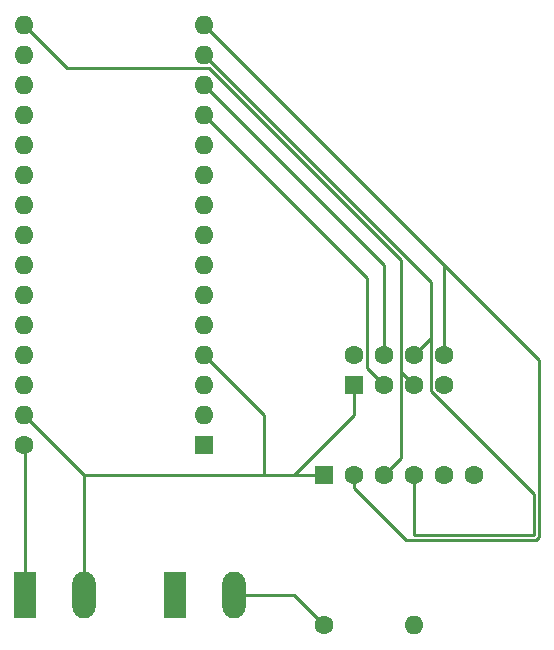
<source format=gbr>
%TF.GenerationSoftware,KiCad,Pcbnew,7.0.10-7.0.10~ubuntu20.04.1*%
%TF.CreationDate,2024-01-10T12:47:59-05:00*%
%TF.ProjectId,spike_PCB,7370696b-655f-4504-9342-2e6b69636164,0*%
%TF.SameCoordinates,Original*%
%TF.FileFunction,Copper,L1,Top*%
%TF.FilePolarity,Positive*%
%FSLAX46Y46*%
G04 Gerber Fmt 4.6, Leading zero omitted, Abs format (unit mm)*
G04 Created by KiCad (PCBNEW 7.0.10-7.0.10~ubuntu20.04.1) date 2024-01-10 12:47:59*
%MOMM*%
%LPD*%
G01*
G04 APERTURE LIST*
%TA.AperFunction,ComponentPad*%
%ADD10C,1.600000*%
%TD*%
%TA.AperFunction,ComponentPad*%
%ADD11O,1.600000X1.600000*%
%TD*%
%TA.AperFunction,ComponentPad*%
%ADD12R,1.980000X3.960000*%
%TD*%
%TA.AperFunction,ComponentPad*%
%ADD13O,1.980000X3.960000*%
%TD*%
%TA.AperFunction,ComponentPad*%
%ADD14R,1.600000X1.600000*%
%TD*%
%TA.AperFunction,Conductor*%
%ADD15C,0.250000*%
%TD*%
G04 APERTURE END LIST*
D10*
%TO.P,R1,1*%
%TO.N,Net-(J2-Pin_2)*%
X246380000Y-187960000D03*
D11*
%TO.P,R1,2*%
%TO.N,Net-(A1-A3)*%
X254000000Y-187960000D03*
%TD*%
D12*
%TO.P,J2,1,Pin_1*%
%TO.N,Net-(A1-3V3)*%
X233760000Y-185420000D03*
D13*
%TO.P,J2,2,Pin_2*%
%TO.N,Net-(J2-Pin_2)*%
X238760000Y-185420000D03*
%TD*%
D12*
%TO.P,J1,1,Pin_1*%
%TO.N,Net-(A1-VIN)*%
X221060000Y-185420000D03*
D13*
%TO.P,J1,2,Pin_2*%
%TO.N,GND*%
X226060000Y-185420000D03*
%TD*%
D10*
%TO.P,SD_CARD1,1,3V3*%
%TO.N,Net-(A1-3V3)*%
X259080000Y-175260000D03*
%TO.P,SD_CARD1,2,SD_CS*%
%TO.N,Net-(A1-D4)*%
X256540000Y-175260000D03*
%TO.P,SD_CARD1,3,MOSI*%
%TO.N,Net-(A1-MOSI)*%
X254000000Y-175260000D03*
%TO.P,SD_CARD1,4,CLK*%
%TO.N,Net-(A1-SCK)*%
X251460000Y-175260000D03*
%TO.P,SD_CARD1,5,MISO*%
%TO.N,Net-(A1-MISO)*%
X248920000Y-175260000D03*
D14*
%TO.P,SD_CARD1,6,GND*%
%TO.N,GND*%
X246380000Y-175260000D03*
%TD*%
%TO.P,RF1,1,GND*%
%TO.N,GND*%
X248920000Y-167640000D03*
D10*
%TO.P,RF1,2,CE*%
%TO.N,Net-(A1-D9)*%
X251460000Y-167640000D03*
%TO.P,RF1,3,SCK*%
%TO.N,Net-(A1-SCK)*%
X254000000Y-167640000D03*
%TO.P,RF1,4,MISO*%
%TO.N,unconnected-(RF1-MISO-Pad4)*%
X256540000Y-167640000D03*
%TO.P,RF1,5,VCC*%
%TO.N,Net-(A1-3V3)*%
X248920000Y-165100000D03*
%TO.P,RF1,6,CNS*%
%TO.N,Net-(A1-D10)*%
X251460000Y-165100000D03*
%TO.P,RF1,7,MOSI*%
%TO.N,Net-(A1-MOSI)*%
X254000000Y-165100000D03*
%TO.P,RF1,8,IRQ*%
%TO.N,Net-(A1-MISO)*%
X256540000Y-165100000D03*
%TD*%
D14*
%TO.P,A1,1,TX1*%
%TO.N,unconnected-(A1-TX1-Pad1)*%
X236220000Y-172720000D03*
D11*
%TO.P,A1,2,RX1*%
%TO.N,unconnected-(A1-RX1-Pad2)*%
X236220000Y-170180000D03*
%TO.P,A1,3,~{RESET}*%
%TO.N,unconnected-(A1-~{RESET}-Pad3)*%
X236220000Y-167640000D03*
%TO.P,A1,4,GND*%
%TO.N,GND*%
X236220000Y-165100000D03*
%TO.P,A1,5,D2*%
%TO.N,unconnected-(A1-D2-Pad5)*%
X236220000Y-162560000D03*
%TO.P,A1,6,D3*%
%TO.N,unconnected-(A1-D3-Pad6)*%
X236220000Y-160020000D03*
%TO.P,A1,7,D4*%
%TO.N,Net-(A1-D4)*%
X236220000Y-157480000D03*
%TO.P,A1,8,D5*%
%TO.N,unconnected-(A1-D5-Pad8)*%
X236220000Y-154940000D03*
%TO.P,A1,9,D6*%
%TO.N,unconnected-(A1-D6-Pad9)*%
X236220000Y-152400000D03*
%TO.P,A1,10,D7*%
%TO.N,unconnected-(A1-D7-Pad10)*%
X236220000Y-149860000D03*
%TO.P,A1,11,D8*%
%TO.N,unconnected-(A1-D8-Pad11)*%
X236220000Y-147320000D03*
%TO.P,A1,12,D9*%
%TO.N,Net-(A1-D9)*%
X236220000Y-144780000D03*
%TO.P,A1,13,D10*%
%TO.N,Net-(A1-D10)*%
X236220000Y-142240000D03*
%TO.P,A1,14,MOSI*%
%TO.N,Net-(A1-MOSI)*%
X236220000Y-139700000D03*
%TO.P,A1,15,MISO*%
%TO.N,Net-(A1-MISO)*%
X236220000Y-137160000D03*
%TO.P,A1,16,SCK*%
%TO.N,Net-(A1-SCK)*%
X220980000Y-137160000D03*
%TO.P,A1,17,3V3*%
%TO.N,Net-(A1-3V3)*%
X220980000Y-139700000D03*
%TO.P,A1,18,AREF*%
%TO.N,unconnected-(A1-AREF-Pad18)*%
X220980000Y-142240000D03*
%TO.P,A1,19,A0*%
%TO.N,unconnected-(A1-A0-Pad19)*%
X220980000Y-144780000D03*
%TO.P,A1,20,A1*%
%TO.N,unconnected-(A1-A1-Pad20)*%
X220980000Y-147320000D03*
%TO.P,A1,21,A2*%
%TO.N,unconnected-(A1-A2-Pad21)*%
X220980000Y-149860000D03*
%TO.P,A1,22,A3*%
%TO.N,Net-(A1-A3)*%
X220980000Y-152400000D03*
%TO.P,A1,23,SDA/A4*%
%TO.N,unconnected-(A1-SDA{slash}A4-Pad23)*%
X220980000Y-154940000D03*
%TO.P,A1,24,SCL/A5*%
%TO.N,unconnected-(A1-SCL{slash}A5-Pad24)*%
X220980000Y-157480000D03*
%TO.P,A1,25,A6*%
%TO.N,unconnected-(A1-A6-Pad25)*%
X220980000Y-160020000D03*
%TO.P,A1,26,A7*%
%TO.N,unconnected-(A1-A7-Pad26)*%
X220980000Y-162560000D03*
%TO.P,A1,27,+5V*%
%TO.N,unconnected-(A1-+5V-Pad27)*%
X220980000Y-165100000D03*
%TO.P,A1,28,~{RESET}*%
%TO.N,unconnected-(A1-~{RESET}-Pad28)*%
X220980000Y-167640000D03*
%TO.P,A1,29,GND*%
%TO.N,GND*%
X220980000Y-170180000D03*
D10*
%TO.P,A1,30,VIN*%
%TO.N,Net-(A1-VIN)*%
X220980000Y-172720000D03*
%TD*%
D15*
%TO.N,Net-(J2-Pin_2)*%
X238760000Y-185420000D02*
X243840000Y-185420000D01*
X243840000Y-185420000D02*
X246380000Y-187960000D01*
%TO.N,GND*%
X226060000Y-185420000D02*
X226060000Y-175260000D01*
%TO.N,Net-(A1-VIN)*%
X221060000Y-185420000D02*
X221060000Y-172800000D01*
X221060000Y-172800000D02*
X220980000Y-172720000D01*
%TO.N,GND*%
X241300000Y-170180000D02*
X241300000Y-175260000D01*
X236220000Y-165100000D02*
X241300000Y-170180000D01*
%TO.N,Net-(A1-D9)*%
X251460000Y-167640000D02*
X250045000Y-166225000D01*
X250045000Y-158605000D02*
X236220000Y-144780000D01*
X250045000Y-166225000D02*
X250045000Y-158605000D01*
%TO.N,Net-(A1-D10)*%
X251460000Y-165100000D02*
X251460000Y-157480000D01*
X251460000Y-157480000D02*
X236220000Y-142240000D01*
%TO.N,GND*%
X246380000Y-175260000D02*
X243840000Y-175260000D01*
X243840000Y-175260000D02*
X226060000Y-175260000D01*
X248920000Y-170180000D02*
X243840000Y-175260000D01*
X248920000Y-167640000D02*
X248920000Y-170180000D01*
X226060000Y-175260000D02*
X220980000Y-170180000D01*
%TO.N,Net-(A1-SCK)*%
X251460000Y-175260000D02*
X252875000Y-173845000D01*
X252875000Y-173845000D02*
X252875000Y-166515000D01*
X254000000Y-167640000D02*
X252875000Y-166515000D01*
X252875000Y-166515000D02*
X252875000Y-157014009D01*
X252875000Y-157014009D02*
X236685991Y-140825000D01*
X236685991Y-140825000D02*
X224645000Y-140825000D01*
X224645000Y-140825000D02*
X220980000Y-137160000D01*
%TO.N,Net-(A1-MISO)*%
X248920000Y-175260000D02*
X248920000Y-176391370D01*
X248920000Y-176391370D02*
X253318630Y-180790000D01*
X253318630Y-180790000D02*
X264346396Y-180790000D01*
X264346396Y-180790000D02*
X264610000Y-180526396D01*
X264610000Y-180526396D02*
X264610000Y-165550000D01*
X264610000Y-165550000D02*
X256540000Y-157480000D01*
%TO.N,Net-(A1-MOSI)*%
X255415000Y-168105991D02*
X255415000Y-162560000D01*
X255415000Y-162560000D02*
X255415000Y-158895000D01*
X254000000Y-165100000D02*
X255415000Y-163685000D01*
X255415000Y-163685000D02*
X255415000Y-162560000D01*
%TO.N,Net-(A1-MISO)*%
X256540000Y-165100000D02*
X256540000Y-157480000D01*
X256540000Y-157480000D02*
X236220000Y-137160000D01*
%TO.N,Net-(A1-MOSI)*%
X254000000Y-180340000D02*
X264160000Y-180340000D01*
X254000000Y-175260000D02*
X254000000Y-180340000D01*
X264160000Y-180340000D02*
X264160000Y-176850991D01*
X264160000Y-176850991D02*
X255415000Y-168105991D01*
X255415000Y-158895000D02*
X236220000Y-139700000D01*
%TD*%
M02*

</source>
